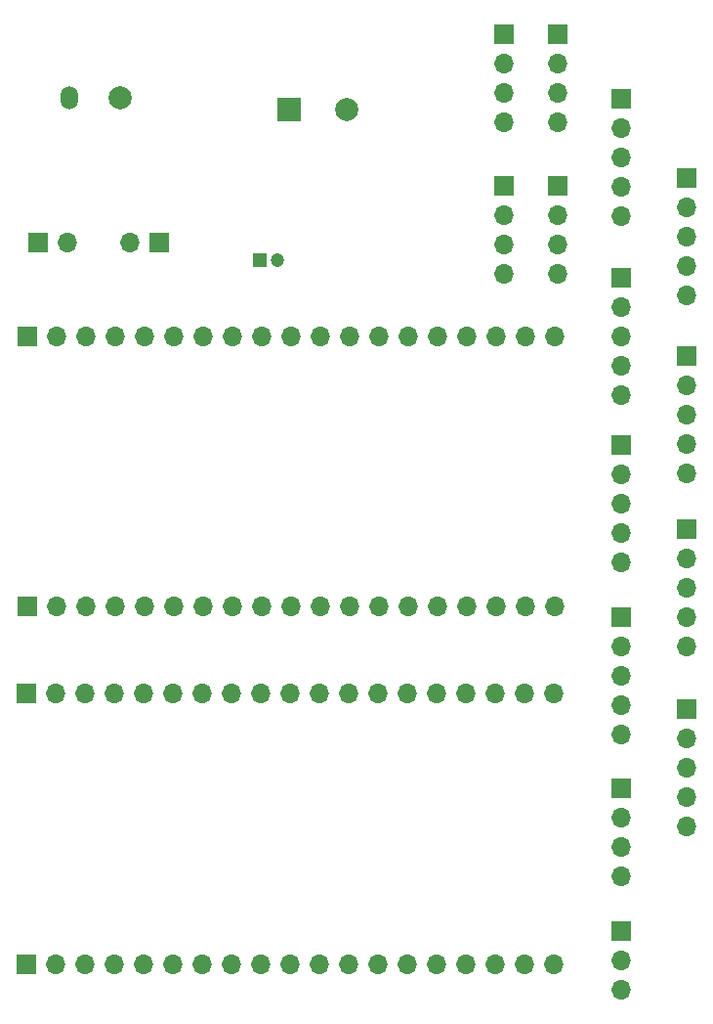
<source format=gbr>
%TF.GenerationSoftware,KiCad,Pcbnew,8.0.8*%
%TF.CreationDate,2025-02-18T21:41:40-08:00*%
%TF.ProjectId,pcbfrfr,70636266-7266-4722-9e6b-696361645f70,rev?*%
%TF.SameCoordinates,Original*%
%TF.FileFunction,Soldermask,Bot*%
%TF.FilePolarity,Negative*%
%FSLAX46Y46*%
G04 Gerber Fmt 4.6, Leading zero omitted, Abs format (unit mm)*
G04 Created by KiCad (PCBNEW 8.0.8) date 2025-02-18 21:41:40*
%MOMM*%
%LPD*%
G01*
G04 APERTURE LIST*
%ADD10R,1.700000X1.700000*%
%ADD11O,1.700000X1.700000*%
%ADD12O,1.500000X2.000000*%
%ADD13C,2.000000*%
%ADD14R,2.000000X2.000000*%
%ADD15R,1.200000X1.200000*%
%ADD16C,1.200000*%
G04 APERTURE END LIST*
D10*
%TO.C,J16*%
X177300000Y-42060000D03*
D11*
X177300000Y-44600000D03*
X177300000Y-47140000D03*
X177300000Y-49680000D03*
X177300000Y-52220000D03*
%TD*%
D10*
%TO.C,J7*%
X125820000Y-62600000D03*
D11*
X128360000Y-62600000D03*
X130900000Y-62600000D03*
X133440000Y-62600000D03*
X135980000Y-62600000D03*
X138520000Y-62600000D03*
X141060000Y-62600000D03*
X143600000Y-62600000D03*
X146140000Y-62600000D03*
X148680000Y-62600000D03*
X151220000Y-62600000D03*
X153760000Y-62600000D03*
X156300000Y-62600000D03*
X158840000Y-62600000D03*
X161380000Y-62600000D03*
X163920000Y-62600000D03*
X166460000Y-62600000D03*
X169000000Y-62600000D03*
X171540000Y-62600000D03*
%TD*%
D10*
%TO.C,J11*%
X177300000Y-72060000D03*
D11*
X177300000Y-74600000D03*
X177300000Y-77140000D03*
X177300000Y-79680000D03*
X177300000Y-82220000D03*
%TD*%
D10*
%TO.C,J19*%
X183000000Y-79340000D03*
D11*
X183000000Y-81880000D03*
X183000000Y-84420000D03*
X183000000Y-86960000D03*
X183000000Y-89500000D03*
%TD*%
D10*
%TO.C,J12*%
X167150000Y-36420000D03*
D11*
X167150000Y-38960000D03*
X167150000Y-41500000D03*
X167150000Y-44040000D03*
%TD*%
D10*
%TO.C,J18*%
X183000000Y-64340000D03*
D11*
X183000000Y-66880000D03*
X183000000Y-69420000D03*
X183000000Y-71960000D03*
X183000000Y-74500000D03*
%TD*%
D10*
%TO.C,J10*%
X177300000Y-57525000D03*
D11*
X177300000Y-60065000D03*
X177300000Y-62605000D03*
X177300000Y-65145000D03*
X177300000Y-67685000D03*
%TD*%
D10*
%TO.C,J15*%
X171800000Y-49600000D03*
D11*
X171800000Y-52140000D03*
X171800000Y-54680000D03*
X171800000Y-57220000D03*
%TD*%
D10*
%TO.C,J13*%
X171800000Y-36420000D03*
D11*
X171800000Y-38960000D03*
X171800000Y-41500000D03*
X171800000Y-44040000D03*
%TD*%
D10*
%TO.C,J8*%
X177300000Y-101740000D03*
D11*
X177300000Y-104280000D03*
X177300000Y-106820000D03*
X177300000Y-109360000D03*
%TD*%
D10*
%TO.C,J21*%
X137300000Y-54500000D03*
D11*
X134760000Y-54500000D03*
%TD*%
D12*
%TO.C,J1*%
X129500000Y-42000000D03*
D13*
X133900000Y-42000000D03*
%TD*%
D10*
%TO.C,J5*%
X125800000Y-93500000D03*
D11*
X128340000Y-93500000D03*
X130880000Y-93500000D03*
X133420000Y-93500000D03*
X135960000Y-93500000D03*
X138500000Y-93500000D03*
X141040000Y-93500000D03*
X143580000Y-93500000D03*
X146120000Y-93500000D03*
X148660000Y-93500000D03*
X151200000Y-93500000D03*
X153740000Y-93500000D03*
X156280000Y-93500000D03*
X158820000Y-93500000D03*
X161360000Y-93500000D03*
X163900000Y-93500000D03*
X166440000Y-93500000D03*
X168980000Y-93500000D03*
X171520000Y-93500000D03*
%TD*%
D10*
%TO.C,J4*%
X125800000Y-117000000D03*
D11*
X128340000Y-117000000D03*
X130880000Y-117000000D03*
X133420000Y-117000000D03*
X135960000Y-117000000D03*
X138500000Y-117000000D03*
X141040000Y-117000000D03*
X143580000Y-117000000D03*
X146120000Y-117000000D03*
X148660000Y-117000000D03*
X151200000Y-117000000D03*
X153740000Y-117000000D03*
X156280000Y-117000000D03*
X158820000Y-117000000D03*
X161360000Y-117000000D03*
X163900000Y-117000000D03*
X166440000Y-117000000D03*
X168980000Y-117000000D03*
X171520000Y-117000000D03*
%TD*%
D10*
%TO.C,J9*%
X177300000Y-114100000D03*
D11*
X177300000Y-116640000D03*
X177300000Y-119180000D03*
%TD*%
D10*
%TO.C,J20*%
X183000000Y-94880000D03*
D11*
X183000000Y-97420000D03*
X183000000Y-99960000D03*
X183000000Y-102500000D03*
X183000000Y-105040000D03*
%TD*%
D10*
%TO.C,J6*%
X177300000Y-86940000D03*
D11*
X177300000Y-89480000D03*
X177300000Y-92020000D03*
X177300000Y-94560000D03*
X177300000Y-97100000D03*
%TD*%
D14*
%TO.C,C5*%
X148500000Y-43000000D03*
D13*
X153500000Y-43000000D03*
%TD*%
D10*
%TO.C,J14*%
X167150000Y-49600000D03*
D11*
X167150000Y-52140000D03*
X167150000Y-54680000D03*
X167150000Y-57220000D03*
%TD*%
D15*
%TO.C,C1*%
X146000000Y-56000000D03*
D16*
X147500000Y-56000000D03*
%TD*%
D10*
%TO.C,J3*%
X125820000Y-86000000D03*
D11*
X128360000Y-86000000D03*
X130900000Y-86000000D03*
X133440000Y-86000000D03*
X135980000Y-86000000D03*
X138520000Y-86000000D03*
X141060000Y-86000000D03*
X143600000Y-86000000D03*
X146140000Y-86000000D03*
X148680000Y-86000000D03*
X151220000Y-86000000D03*
X153760000Y-86000000D03*
X156300000Y-86000000D03*
X158840000Y-86000000D03*
X161380000Y-86000000D03*
X163920000Y-86000000D03*
X166460000Y-86000000D03*
X169000000Y-86000000D03*
X171540000Y-86000000D03*
%TD*%
D10*
%TO.C,J17*%
X183000000Y-48880000D03*
D11*
X183000000Y-51420000D03*
X183000000Y-53960000D03*
X183000000Y-56500000D03*
X183000000Y-59040000D03*
%TD*%
D10*
%TO.C,J2*%
X126760000Y-54500000D03*
D11*
X129300000Y-54500000D03*
%TD*%
M02*

</source>
